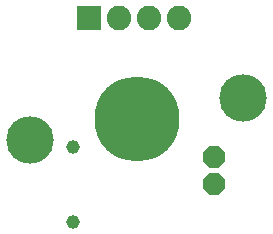
<source format=gbs>
G04 EAGLE Gerber RS-274X export*
G75*
%MOMM*%
%FSLAX34Y34*%
%LPD*%
%INBottom Solder Mask*%
%IPPOS*%
%AMOC8*
5,1,8,0,0,1.08239X$1,22.5*%
G01*
%ADD10C,7.203200*%
%ADD11C,4.013200*%
%ADD12R,2.082800X2.082800*%
%ADD13C,2.082800*%
%ADD14P,1.951982X8X22.500000*%
%ADD15C,1.159600*%


D10*
X125000Y125000D03*
D11*
X34798Y107442D03*
X214884Y142494D03*
D12*
X84330Y210570D03*
D13*
X109730Y210570D03*
X135130Y210570D03*
X160530Y210570D03*
D14*
X190500Y92710D03*
X190500Y70100D03*
D15*
X71120Y101600D03*
X71120Y38100D03*
M02*

</source>
